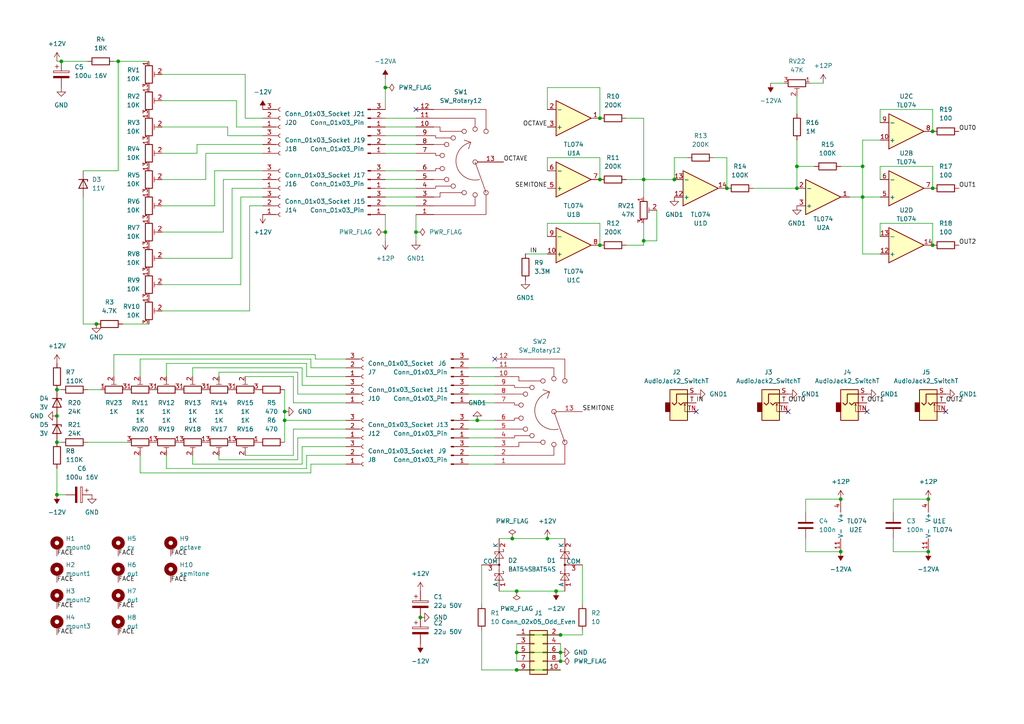
<source format=kicad_sch>
(kicad_sch (version 20230121) (generator eeschema)
  (paper "A4")
  (junction (at 149.86 171.45))
  (junction (at 270.51 38.1))
  (junction (at 186.69 69.85))
  (junction (at 82.55 119.38))
  (junction (at 195.58 52.07))
  (junction (at 16.51 120.65))
  (junction (at 16.51 113.03))
  (junction (at 111.76 67.31))
  (junction (at 173.99 34.29))
  (junction (at 270.51 54.61))
  (junction (at 149.86 194.31))
  (junction (at 148.59 156.21))
  (junction (at 111.76 25.4))
  (junction (at 210.82 54.61))
  (junction (at 173.99 71.12))
  (junction (at 17.78 17.78))
  (junction (at 231.14 54.61))
  (junction (at 243.84 144.78))
  (junction (at 162.56 191.77))
  (junction (at 243.84 160.02))
  (junction (at 16.51 128.27))
  (junction (at 149.86 189.23))
  (junction (at 173.99 52.07))
  (junction (at 161.29 171.45))
  (junction (at 121.92 179.07))
  (junction (at 250.19 48.26))
  (junction (at 186.69 52.07))
  (junction (at 250.19 57.15))
  (junction (at 231.14 48.26))
  (junction (at 82.55 121.92))
  (junction (at 138.43 121.92))
  (junction (at 270.51 71.12))
  (junction (at 269.24 160.02))
  (junction (at 27.94 93.98))
  (junction (at 158.75 156.21))
  (junction (at 120.65 67.31))
  (junction (at 269.24 144.78))
  (junction (at 162.56 184.15))
  (junction (at 16.51 143.51))
  (junction (at 162.56 189.23))
  (junction (at 34.29 17.78))
  (no_connect (at 274.32 119.38))
  (no_connect (at 228.6 119.38))
  (no_connect (at 120.65 31.75))
  (no_connect (at 251.46 119.38))
  (no_connect (at 201.93 119.38))
  (no_connect (at 143.51 104.14))
  (wire (pts (xy 88.9 109.22) (xy 88.9 105.41)))
  (wire (pts (xy 16.51 128.27) (xy 17.78 128.27)))
  (wire (pts (xy 135.89 111.76) (xy 143.51 111.76)))
  (wire (pts (xy 36.83 128.27) (xy 25.4 128.27)))
  (wire (pts (xy 158.75 64.77) (xy 173.99 64.77)))
  (wire (pts (xy 186.69 34.29) (xy 186.69 52.07)))
  (wire (pts (xy 144.78 156.21) (xy 148.59 156.21)))
  (wire (pts (xy 16.51 143.51) (xy 16.51 135.89)))
  (wire (pts (xy 71.12 34.29) (xy 76.2 34.29)))
  (wire (pts (xy 40.64 109.22) (xy 40.64 104.14)))
  (wire (pts (xy 33.02 109.22) (xy 33.02 102.87)))
  (wire (pts (xy 120.65 62.23) (xy 120.65 67.31)))
  (wire (pts (xy 24.13 49.53) (xy 34.29 49.53)))
  (wire (pts (xy 111.76 25.4) (xy 111.76 31.75)))
  (wire (pts (xy 148.59 156.21) (xy 158.75 156.21)))
  (wire (pts (xy 246.38 57.15) (xy 250.19 57.15)))
  (wire (pts (xy 40.64 132.08) (xy 40.64 137.16)))
  (wire (pts (xy 19.05 143.51) (xy 16.51 143.51)))
  (wire (pts (xy 135.89 127) (xy 143.51 127)))
  (wire (pts (xy 85.09 124.46) (xy 100.33 124.46)))
  (wire (pts (xy 40.64 104.14) (xy 90.17 104.14)))
  (wire (pts (xy 168.91 184.15) (xy 168.91 182.88)))
  (wire (pts (xy 149.86 189.23) (xy 162.56 189.23)))
  (wire (pts (xy 135.89 109.22) (xy 143.51 109.22)))
  (wire (pts (xy 233.68 148.59) (xy 233.68 144.78)))
  (wire (pts (xy 72.39 59.69) (xy 76.2 59.69)))
  (wire (pts (xy 67.31 54.61) (xy 67.31 74.93)))
  (wire (pts (xy 48.26 132.08) (xy 48.26 135.89)))
  (wire (pts (xy 69.85 57.15) (xy 69.85 82.55)))
  (wire (pts (xy 144.78 171.45) (xy 149.86 171.45)))
  (wire (pts (xy 158.75 31.75) (xy 158.75 25.4)))
  (wire (pts (xy 85.09 109.22) (xy 85.09 116.84)))
  (wire (pts (xy 270.51 64.77) (xy 270.51 71.12)))
  (wire (pts (xy 86.36 133.35) (xy 86.36 127)))
  (wire (pts (xy 149.86 186.69) (xy 149.86 189.23)))
  (wire (pts (xy 255.27 48.26) (xy 270.51 48.26)))
  (wire (pts (xy 86.36 107.95) (xy 63.5 107.95)))
  (wire (pts (xy 90.17 106.68) (xy 100.33 106.68)))
  (wire (pts (xy 181.61 52.07) (xy 186.69 52.07)))
  (wire (pts (xy 55.88 109.22) (xy 55.88 106.68)))
  (wire (pts (xy 63.5 133.35) (xy 86.36 133.35)))
  (wire (pts (xy 270.51 48.26) (xy 270.51 54.61)))
  (wire (pts (xy 33.02 102.87) (xy 91.44 102.87)))
  (wire (pts (xy 186.69 52.07) (xy 186.69 57.15)))
  (wire (pts (xy 233.68 160.02) (xy 243.84 160.02)))
  (wire (pts (xy 135.89 124.46) (xy 143.51 124.46)))
  (wire (pts (xy 259.08 156.21) (xy 259.08 160.02)))
  (wire (pts (xy 62.23 59.69) (xy 62.23 49.53)))
  (wire (pts (xy 135.89 114.3) (xy 143.51 114.3)))
  (wire (pts (xy 82.55 119.38) (xy 82.55 121.92)))
  (wire (pts (xy 16.51 17.78) (xy 17.78 17.78)))
  (wire (pts (xy 66.04 39.37) (xy 76.2 39.37)))
  (wire (pts (xy 135.89 106.68) (xy 143.51 106.68)))
  (wire (pts (xy 259.08 144.78) (xy 269.24 144.78)))
  (wire (pts (xy 135.89 129.54) (xy 143.51 129.54)))
  (wire (pts (xy 111.76 36.83) (xy 120.65 36.83)))
  (wire (pts (xy 86.36 114.3) (xy 86.36 107.95)))
  (wire (pts (xy 90.17 134.62) (xy 100.33 134.62)))
  (wire (pts (xy 111.76 44.45) (xy 120.65 44.45)))
  (wire (pts (xy 24.13 93.98) (xy 27.94 93.98)))
  (wire (pts (xy 63.5 132.08) (xy 63.5 133.35)))
  (wire (pts (xy 259.08 160.02) (xy 269.24 160.02)))
  (wire (pts (xy 66.04 36.83) (xy 66.04 39.37)))
  (wire (pts (xy 190.5 69.85) (xy 186.69 69.85)))
  (wire (pts (xy 158.75 25.4) (xy 173.99 25.4)))
  (wire (pts (xy 46.99 21.59) (xy 71.12 21.59)))
  (wire (pts (xy 231.14 40.64) (xy 231.14 48.26)))
  (wire (pts (xy 48.26 135.89) (xy 88.9 135.89)))
  (wire (pts (xy 17.78 17.78) (xy 25.4 17.78)))
  (wire (pts (xy 86.36 114.3) (xy 100.33 114.3)))
  (wire (pts (xy 255.27 31.75) (xy 270.51 31.75)))
  (wire (pts (xy 57.15 44.45) (xy 57.15 41.91)))
  (wire (pts (xy 250.19 48.26) (xy 250.19 57.15)))
  (wire (pts (xy 231.14 27.94) (xy 231.14 33.02)))
  (wire (pts (xy 86.36 127) (xy 100.33 127)))
  (wire (pts (xy 111.76 57.15) (xy 120.65 57.15)))
  (wire (pts (xy 111.76 49.53) (xy 120.65 49.53)))
  (wire (pts (xy 55.88 106.68) (xy 87.63 106.68)))
  (wire (pts (xy 33.02 17.78) (xy 34.29 17.78)))
  (wire (pts (xy 87.63 129.54) (xy 100.33 129.54)))
  (wire (pts (xy 88.9 109.22) (xy 100.33 109.22)))
  (wire (pts (xy 162.56 189.23) (xy 162.56 191.77)))
  (wire (pts (xy 270.51 31.75) (xy 270.51 38.1)))
  (wire (pts (xy 46.99 67.31) (xy 64.77 67.31)))
  (wire (pts (xy 231.14 48.26) (xy 231.14 54.61)))
  (wire (pts (xy 90.17 137.16) (xy 90.17 134.62)))
  (wire (pts (xy 149.86 184.15) (xy 162.56 184.15)))
  (wire (pts (xy 186.69 64.77) (xy 186.69 69.85)))
  (wire (pts (xy 111.76 67.31) (xy 111.76 62.23)))
  (wire (pts (xy 173.99 45.72) (xy 173.99 52.07)))
  (wire (pts (xy 111.76 34.29) (xy 120.65 34.29)))
  (wire (pts (xy 71.12 109.22) (xy 85.09 109.22)))
  (wire (pts (xy 255.27 40.64) (xy 250.19 40.64)))
  (wire (pts (xy 111.76 69.85) (xy 111.76 67.31)))
  (wire (pts (xy 59.69 52.07) (xy 59.69 44.45)))
  (wire (pts (xy 158.75 68.58) (xy 158.75 64.77)))
  (wire (pts (xy 55.88 132.08) (xy 55.88 134.62)))
  (wire (pts (xy 149.86 171.45) (xy 161.29 171.45)))
  (wire (pts (xy 111.76 54.61) (xy 120.65 54.61)))
  (wire (pts (xy 64.77 52.07) (xy 76.2 52.07)))
  (wire (pts (xy 91.44 104.14) (xy 100.33 104.14)))
  (wire (pts (xy 255.27 64.77) (xy 270.51 64.77)))
  (wire (pts (xy 195.58 52.07) (xy 195.58 45.72)))
  (wire (pts (xy 71.12 132.08) (xy 85.09 132.08)))
  (wire (pts (xy 69.85 57.15) (xy 76.2 57.15)))
  (wire (pts (xy 243.84 48.26) (xy 250.19 48.26)))
  (wire (pts (xy 46.99 36.83) (xy 66.04 36.83)))
  (wire (pts (xy 158.75 49.53) (xy 158.75 45.72)))
  (wire (pts (xy 85.09 116.84) (xy 100.33 116.84)))
  (wire (pts (xy 218.44 54.61) (xy 231.14 54.61)))
  (wire (pts (xy 162.56 186.69) (xy 162.56 189.23)))
  (wire (pts (xy 161.29 171.45) (xy 163.83 171.45)))
  (wire (pts (xy 135.89 121.92) (xy 138.43 121.92)))
  (wire (pts (xy 46.99 59.69) (xy 62.23 59.69)))
  (wire (pts (xy 88.9 105.41) (xy 48.26 105.41)))
  (wire (pts (xy 158.75 45.72) (xy 173.99 45.72)))
  (wire (pts (xy 255.27 35.56) (xy 255.27 31.75)))
  (wire (pts (xy 173.99 64.77) (xy 173.99 71.12)))
  (wire (pts (xy 34.29 17.78) (xy 43.18 17.78)))
  (wire (pts (xy 59.69 44.45) (xy 76.2 44.45)))
  (wire (pts (xy 68.58 29.21) (xy 68.58 36.83)))
  (wire (pts (xy 46.99 52.07) (xy 59.69 52.07)))
  (wire (pts (xy 46.99 74.93) (xy 67.31 74.93)))
  (wire (pts (xy 210.82 45.72) (xy 210.82 54.61)))
  (wire (pts (xy 40.64 137.16) (xy 90.17 137.16)))
  (wire (pts (xy 139.7 194.31) (xy 139.7 182.88)))
  (wire (pts (xy 16.51 113.03) (xy 17.78 113.03)))
  (wire (pts (xy 82.55 121.92) (xy 100.33 121.92)))
  (wire (pts (xy 88.9 132.08) (xy 100.33 132.08)))
  (wire (pts (xy 236.22 48.26) (xy 231.14 48.26)))
  (wire (pts (xy 162.56 184.15) (xy 168.91 184.15)))
  (wire (pts (xy 72.39 90.17) (xy 72.39 59.69)))
  (wire (pts (xy 55.88 134.62) (xy 87.63 134.62)))
  (wire (pts (xy 207.01 45.72) (xy 210.82 45.72)))
  (wire (pts (xy 149.86 194.31) (xy 139.7 194.31)))
  (wire (pts (xy 250.19 40.64) (xy 250.19 48.26)))
  (wire (pts (xy 135.89 116.84) (xy 143.51 116.84)))
  (wire (pts (xy 250.19 57.15) (xy 255.27 57.15)))
  (wire (pts (xy 111.76 39.37) (xy 120.65 39.37)))
  (wire (pts (xy 255.27 73.66) (xy 250.19 73.66)))
  (wire (pts (xy 82.55 121.92) (xy 82.55 128.27)))
  (wire (pts (xy 250.19 73.66) (xy 250.19 57.15)))
  (wire (pts (xy 139.7 163.83) (xy 139.7 175.26)))
  (wire (pts (xy 46.99 82.55) (xy 69.85 82.55)))
  (wire (pts (xy 46.99 44.45) (xy 57.15 44.45)))
  (wire (pts (xy 111.76 52.07) (xy 120.65 52.07)))
  (wire (pts (xy 190.5 60.96) (xy 190.5 69.85)))
  (wire (pts (xy 135.89 132.08) (xy 143.51 132.08)))
  (wire (pts (xy 152.4 73.66) (xy 158.75 73.66)))
  (wire (pts (xy 111.76 22.86) (xy 111.76 25.4)))
  (wire (pts (xy 34.29 49.53) (xy 34.29 17.78)))
  (wire (pts (xy 35.56 93.98) (xy 43.18 93.98)))
  (wire (pts (xy 71.12 21.59) (xy 71.12 34.29)))
  (wire (pts (xy 138.43 121.92) (xy 143.51 121.92)))
  (wire (pts (xy 186.69 71.12) (xy 181.61 71.12)))
  (wire (pts (xy 90.17 104.14) (xy 90.17 106.68)))
  (wire (pts (xy 85.09 132.08) (xy 85.09 124.46)))
  (wire (pts (xy 82.55 113.03) (xy 82.55 119.38)))
  (wire (pts (xy 259.08 148.59) (xy 259.08 144.78)))
  (wire (pts (xy 195.58 45.72) (xy 199.39 45.72)))
  (wire (pts (xy 111.76 59.69) (xy 120.65 59.69)))
  (wire (pts (xy 173.99 25.4) (xy 173.99 34.29)))
  (wire (pts (xy 64.77 67.31) (xy 64.77 52.07)))
  (wire (pts (xy 162.56 194.31) (xy 149.86 194.31)))
  (wire (pts (xy 91.44 102.87) (xy 91.44 104.14)))
  (wire (pts (xy 48.26 105.41) (xy 48.26 109.22)))
  (wire (pts (xy 223.52 24.13) (xy 227.33 24.13)))
  (wire (pts (xy 181.61 34.29) (xy 186.69 34.29)))
  (wire (pts (xy 233.68 144.78) (xy 243.84 144.78)))
  (wire (pts (xy 29.21 113.03) (xy 25.4 113.03)))
  (wire (pts (xy 87.63 106.68) (xy 87.63 111.76)))
  (wire (pts (xy 63.5 107.95) (xy 63.5 109.22)))
  (wire (pts (xy 24.13 57.15) (xy 24.13 93.98)))
  (wire (pts (xy 186.69 52.07) (xy 195.58 52.07)))
  (wire (pts (xy 88.9 135.89) (xy 88.9 132.08)))
  (wire (pts (xy 233.68 156.21) (xy 233.68 160.02)))
  (wire (pts (xy 149.86 189.23) (xy 149.86 191.77)))
  (wire (pts (xy 87.63 111.76) (xy 100.33 111.76)))
  (wire (pts (xy 255.27 68.58) (xy 255.27 64.77)))
  (wire (pts (xy 87.63 134.62) (xy 87.63 129.54)))
  (wire (pts (xy 186.69 69.85) (xy 186.69 71.12)))
  (wire (pts (xy 46.99 29.21) (xy 68.58 29.21)))
  (wire (pts (xy 168.91 163.83) (xy 168.91 175.26)))
  (wire (pts (xy 158.75 156.21) (xy 163.83 156.21)))
  (wire (pts (xy 46.99 90.17) (xy 72.39 90.17)))
  (wire (pts (xy 57.15 41.91) (xy 76.2 41.91)))
  (wire (pts (xy 120.65 67.31) (xy 120.65 69.85)))
  (wire (pts (xy 67.31 54.61) (xy 76.2 54.61)))
  (wire (pts (xy 255.27 52.07) (xy 255.27 48.26)))
  (wire (pts (xy 62.23 49.53) (xy 76.2 49.53)))
  (wire (pts (xy 135.89 134.62) (xy 143.51 134.62)))
  (wire (pts (xy 68.58 36.83) (xy 76.2 36.83)))
  (wire (pts (xy 111.76 41.91) (xy 120.65 41.91)))
  (wire (pts (xy 234.95 24.13) (xy 238.76 24.13)))
  (label "FACE" (at 34.29 161.29 0))
  (label "FACE" (at 49.53 161.29 0))
  (label "FACE" (at 16.51 184.15 0))
  (label "FACE" (at 34.29 176.53 0))
  (label "SEMITONE" (at 158.75 54.61 180))
  (label "IN" (at 201.93 116.84 0))
  (label "FACE" (at 16.51 161.29 0))
  (label "OUT1" (at 278.13 54.61 0))
  (label "SEMITONE" (at 168.91 119.38 0))
  (label "FACE" (at 16.51 176.53 0))
  (label "OUT2" (at 278.13 71.12 0))
  (label "OCTAVE" (at 146.05 46.99 0))
  (label "FACE" (at 34.29 184.15 0))
  (label "OUT2" (at 274.32 116.84 0))
  (label "OUT0" (at 228.6 116.84 0))
  (label "OUT1" (at 251.46 116.84 0))
  (label "FACE" (at 34.29 168.91 0))
  (label "FACE" (at 49.53 168.91 0))
  (label "FACE" (at 16.51 168.91 0))
  (label "OCTAVE" (at 158.75 36.83 180))
  (label "OUT0" (at 278.13 38.1 0))
  (label "IN" (at 153.67 73.66 0))
  (symbol (lib_id "power:-12V") (at 161.29 171.45 180) (unit 1)
    (property "Reference" "#PWR05" (effects hide))
    (property "Value" "-12V" (at 161.29 176.53 0))
  )
  (symbol (lib_id "power:GND1") (at 251.46 114.3 90) (unit 1)
    (property "Reference" "#PWR022" (effects hide))
    (property "Value" "GND1" (at 255.27 114.3 90) (effects (justify right)))
  )
  (symbol (lib_id "Device:R_Potentiometer_Trim") (at 43.18 36.83 0) (unit 1)
    (property "Reference" "RV3" (at 40.64 35.56 0) (effects (justify right)))
    (property "Value" "10K" (at 40.64 38.1 0) (effects (justify right)))
    (property "Footprint" "Potentiometer_THT:Potentiometer_Bourns_3296W_Vertical" (effects hide))
  )
  (symbol (lib_id "Connector:Conn_01x03_Pin") (at 106.68 41.91 0) (mirror x) (unit 1)
    (property "Reference" "J19" (at 104.14 40.64 0))
    (property "Value" "Conn_01x03_Pin" (at 97.79 43.18 0))
    (property "Footprint" "Connector_PinHeader_2.54mm:PinHeader_1x03_P2.54mm_Vertical" (effects hide))
  )
  (symbol (lib_id "Device:R_Potentiometer_Trim") (at 40.64 128.27 270) (unit 1)
    (property "Reference" "RV20" (at 40.64 124.46 90))
    (property "Value" "1K" (at 40.64 121.92 90))
    (property "Footprint" "Potentiometer_THT:Potentiometer_Bourns_3296W_Vertical" (effects hide))
  )
  (symbol (lib_id "power:GND") (at 27.94 93.98 0) (unit 1)
    (property "Reference" "#PWR012" (effects hide))
    (property "Value" "GND" (at 27.94 97.79 0))
  )
  (symbol (lib_id "Device:R") (at 240.03 48.26 270) (unit 1)
    (property "Reference" "R15" (at 240.03 41.91 90))
    (property "Value" "100K" (at 240.03 44.45 90))
    (property "Footprint" "Resistor_SMD:R_0805_2012Metric" (effects hide))
  )
  (symbol (lib_id "Device:R") (at 21.59 128.27 270) (unit 1)
    (property "Reference" "R21" (at 21.59 123.19 90))
    (property "Value" "24K" (at 21.59 125.73 90))
    (property "Footprint" "Resistor_SMD:R_0805_2012Metric" (effects hide))
  )
  (symbol (lib_id "power:+12V") (at 16.51 17.78 0) (unit 1)
    (property "Reference" "#PWR013" (effects hide))
    (property "Value" "+12V" (at 16.51 12.7 0))
  )
  (symbol (lib_id "Device:R") (at 274.32 71.12 270) (unit 1)
    (property "Reference" "R18" (at 274.32 64.77 90))
    (property "Value" "100" (at 274.32 67.31 90))
    (property "Footprint" "Resistor_SMD:R_0805_2012Metric" (effects hide))
  )
  (symbol (lib_id "Connector:Conn_01x03_Socket") (at 105.41 132.08 0) (mirror x) (unit 1)
    (property "Reference" "J8" (at 106.68 133.35 0) (effects (justify left)))
    (property "Value" "Conn_01x03_Socket" (at 106.68 130.81 0) (effects (justify left)))
    (property "Footprint" "Connector_PinSocket_2.54mm:PinSocket_1x03_P2.54mm_Vertical" (effects hide))
  )
  (symbol (lib_id "Switch:SW_Rotary12") (at 153.67 119.38 180) (unit 1)
    (property "Reference" "SW2" (at 156.5275 99.06 0))
    (property "Value" "SW_Rotary12" (at 156.5275 101.6 0))
    (property "Footprint" "Eurorack:Switch_Rotary_NKK_MRK_112" (effects hide))
    (property "Datasheet" "http://cdn-reichelt.de/documents/datenblatt/C200/DS-Serie%23LOR.pdf" (effects hide))
    (property "Vendor" "Mouser" (effects hide))
    (property "PartNum" "633-MRK112-BA" (effects hide))
  )
  (symbol (lib_id "power:-12VA") (at 111.76 22.86 0) (unit 1)
    (property "Reference" "#PWR026" (effects hide))
    (property "Value" "-12VA" (at 111.76 17.78 0))
  )
  (symbol (lib_id "Device:R") (at 274.32 38.1 270) (unit 1)
    (property "Reference" "R19" (at 274.32 31.75 90))
    (property "Value" "100" (at 274.32 34.29 90))
    (property "Footprint" "Resistor_SMD:R_0805_2012Metric" (effects hide))
  )
  (symbol (lib_id "Amplifier_Operational:TL074") (at 238.76 57.15 0) (mirror x) (unit 1)
    (property "Reference" "U2" (at 238.76 66.04 0))
    (property "Value" "TL074" (at 238.76 63.5 0))
    (property "Footprint" "Package_SO:SOIC-14_3.9x8.7mm_P1.27mm" (effects hide))
    (property "Datasheet" "http://www.ti.com/lit/ds/symlink/tl071.pdf" (effects hide))
    (property "Vendor" "Mouser" (effects hide))
    (property "PartNum" "595-TL074CDR" (effects hide))
  )
  (symbol (lib_id "Device:R_Potentiometer_Trim") (at 43.18 52.07 0) (unit 1)
    (property "Reference" "RV5" (at 40.64 50.8 0) (effects (justify right)))
    (property "Value" "10K" (at 40.64 53.34 0) (effects (justify right)))
    (property "Footprint" "Potentiometer_THT:Potentiometer_Bourns_3296W_Vertical" (effects hide))
  )
  (symbol (lib_id "power:GND1") (at 138.43 121.92 180) (unit 1)
    (property "Reference" "#PWR011" (effects hide))
    (property "Value" "GND1" (at 138.43 116.84 0))
  )
  (symbol (lib_id "Amplifier_Operational:TL074") (at 166.37 71.12 0) (mirror x) (unit 3)
    (property "Reference" "U1" (at 166.37 81.28 0))
    (property "Value" "TL074" (at 166.37 78.74 0))
    (property "Footprint" "Package_SO:SOIC-14_3.9x8.7mm_P1.27mm" (effects hide))
    (property "Datasheet" "http://www.ti.com/lit/ds/symlink/tl071.pdf" (effects hide))
    (property "Vendor" "Mouser" (effects hide))
    (property "PartNum" "595-TL074CDR" (effects hide))
  )
  (symbol (lib_id "Device:R_Potentiometer_Trim") (at 43.18 29.21 0) (unit 1)
    (property "Reference" "RV2" (at 40.64 27.94 0) (effects (justify right)))
    (property "Value" "10K" (at 40.64 30.48 0) (effects (justify right)))
    (property "Footprint" "Potentiometer_THT:Potentiometer_Bourns_3296W_Vertical" (effects hide))
  )
  (symbol (lib_id "power:PWR_FLAG") (at 111.76 67.31 90) (unit 1)
    (property "Reference" "#FLG04" (effects hide))
    (property "Value" "PWR_FLAG" (at 107.95 67.31 90) (effects (justify left)))
  )
  (symbol (lib_id "Amplifier_Operational:TL074") (at 271.78 152.4 0) (unit 5)
    (property "Reference" "U1" (at 270.51 151.13 0) (effects (justify left)))
    (property "Value" "TL074" (at 270.51 153.67 0) (effects (justify left)))
    (property "Footprint" "Package_SO:SOIC-14_3.9x8.7mm_P1.27mm" (effects hide))
    (property "Datasheet" "http://www.ti.com/lit/ds/symlink/tl071.pdf" (effects hide))
    (property "Vendor" "Mouser" (effects hide))
    (property "PartNum" "595-TL074CDR" (effects hide))
  )
  (symbol (lib_id "Connector:Conn_01x03_Socket") (at 81.28 52.07 0) (mirror x) (unit 1)
    (property "Reference" "J16" (at 82.55 53.34 0) (effects (justify left)))
    (property "Value" "Conn_01x03_Socket" (at 82.55 50.8 0) (effects (justify left)))
    (property "Footprint" "Connector_PinSocket_2.54mm:PinSocket_1x03_P2.54mm_Vertical" (effects hide))
  )
  (symbol (lib_id "power:GND1") (at 231.14 59.69 0) (unit 1)
    (property "Reference" "#PWR021" (effects hide))
    (property "Value" "GND1" (at 231.14 64.77 0))
  )
  (symbol (lib_id "Connector:Conn_01x03_Socket") (at 105.41 106.68 0) (mirror x) (unit 1)
    (property "Reference" "J7" (at 106.68 107.95 0) (effects (justify left)))
    (property "Value" "Conn_01x03_Socket" (at 106.68 105.41 0) (effects (justify left)))
    (property "Footprint" "Connector_PinSocket_2.54mm:PinSocket_1x03_P2.54mm_Vertical" (effects hide))
  )
  (symbol (lib_id "Device:R_Potentiometer_Trim") (at 55.88 128.27 270) (unit 1)
    (property "Reference" "RV18" (at 55.88 124.46 90))
    (property "Value" "1K" (at 55.88 121.92 90))
    (property "Footprint" "Potentiometer_THT:Potentiometer_Bourns_3296W_Vertical" (effects hide))
  )
  (symbol (lib_id "Connector:Conn_01x03_Pin") (at 106.68 52.07 0) (mirror x) (unit 1)
    (property "Reference" "J17" (at 104.14 50.8 0))
    (property "Value" "Conn_01x03_Pin" (at 97.79 53.34 0))
    (property "Footprint" "Connector_PinHeader_2.54mm:PinHeader_1x03_P2.54mm_Vertical" (effects hide))
  )
  (symbol (lib_id "Device:R") (at 78.74 113.03 270) (unit 1)
    (property "Reference" "R5" (at 78.74 116.84 90))
    (property "Value" "470" (at 78.74 119.38 90))
    (property "Footprint" "Resistor_SMD:R_0805_2012Metric" (effects hide))
  )
  (symbol (lib_id "power:GND") (at 16.51 120.65 270) (unit 1)
    (property "Reference" "#PWR035" (effects hide))
    (property "Value" "GND" (at 12.7 120.65 90) (effects (justify right)))
  )
  (symbol (lib_id "Eurorack:AudioJack2_SwitchT") (at 223.52 116.84 0) (unit 1)
    (property "Reference" "J3" (at 222.885 107.95 0))
    (property "Value" "AudioJack2_SwitchT" (at 222.885 110.49 0))
    (property "Footprint" "Eurorack:AudioJack2_Tayda_A-2566" (effects hide))
    (property "Vendor" "Tayda" (effects hide))
    (property "PartNum" "A-2566" (effects hide))
  )
  (symbol (lib_id "Device:R_Potentiometer_Trim") (at 43.18 59.69 0) (unit 1)
    (property "Reference" "RV6" (at 40.64 58.42 0) (effects (justify right)))
    (property "Value" "10K" (at 40.64 60.96 0) (effects (justify right)))
    (property "Footprint" "Potentiometer_THT:Potentiometer_Bourns_3296W_Vertical" (effects hide))
  )
  (symbol (lib_id "power:-12VA") (at 223.52 24.13 180) (unit 1)
    (property "Reference" "#PWR032" (effects hide))
    (property "Value" "-12VA" (at 223.52 29.21 0))
  )
  (symbol (lib_id "power:GND1") (at 274.32 114.3 90) (unit 1)
    (property "Reference" "#PWR025" (effects hide))
    (property "Value" "GND1" (at 278.13 114.3 90) (effects (justify right)))
  )
  (symbol (lib_id "power:-12VA") (at 243.84 160.02 180) (unit 1)
    (property "Reference" "#PWR07" (effects hide))
    (property "Value" "-12VA" (at 243.84 165.1 0))
  )
  (symbol (lib_id "Device:R_Potentiometer_Trim") (at 43.18 44.45 0) (unit 1)
    (property "Reference" "RV4" (at 40.64 43.18 0) (effects (justify right)))
    (property "Value" "10K" (at 40.64 45.72 0) (effects (justify right)))
    (property "Footprint" "Potentiometer_THT:Potentiometer_Bourns_3296W_Vertical" (effects hide))
  )
  (symbol (lib_id "power:-12V") (at 76.2 31.75 0) (unit 1)
    (property "Reference" "#PWR031" (effects hide))
    (property "Value" "-12V" (at 76.2 26.67 0))
  )
  (symbol (lib_id "power:-12VA") (at 269.24 160.02 180) (unit 1)
    (property "Reference" "#PWR08" (effects hide))
    (property "Value" "-12VA" (at 269.24 165.1 0))
  )
  (symbol (lib_id "Connector:Conn_01x03_Pin") (at 106.68 59.69 0) (mirror x) (unit 1)
    (property "Reference" "J15" (at 104.14 58.42 0))
    (property "Value" "Conn_01x03_Pin" (at 97.79 60.96 0))
    (property "Footprint" "Connector_PinHeader_2.54mm:PinHeader_1x03_P2.54mm_Vertical" (effects hide))
  )
  (symbol (lib_id "Eurorack:AudioJack2_SwitchT") (at 269.24 116.84 0) (unit 1)
    (property "Reference" "J5" (at 268.605 107.95 0))
    (property "Value" "AudioJack2_SwitchT" (at 268.605 110.49 0))
    (property "Footprint" "Eurorack:AudioJack2_Tayda_A-2566" (effects hide))
    (property "Vendor" "Tayda" (effects hide))
    (property "PartNum" "A-2566" (effects hide))
  )
  (symbol (lib_id "Connector:Conn_01x03_Pin") (at 130.81 124.46 0) (mirror x) (unit 1)
    (property "Reference" "J13" (at 128.27 123.19 0))
    (property "Value" "Conn_01x03_Pin" (at 121.92 125.73 0))
    (property "Footprint" "Connector_PinHeader_2.54mm:PinHeader_1x03_P2.54mm_Vertical" (effects hide))
  )
  (symbol (lib_id "power:+12P") (at 238.76 24.13 0) (unit 1)
    (property "Reference" "#PWR010" (effects hide))
    (property "Value" "+12P" (at 238.76 19.05 0))
  )
  (symbol (lib_id "Eurorack:AudioJack2_SwitchT") (at 196.85 116.84 0) (unit 1)
    (property "Reference" "J2" (at 196.215 107.95 0))
    (property "Value" "AudioJack2_SwitchT" (at 196.215 110.49 0))
    (property "Footprint" "Eurorack:AudioJack2_Tayda_A-2566" (effects hide))
    (property "Vendor" "Tayda" (effects hide))
    (property "PartNum" "A-2566" (effects hide))
  )
  (symbol (lib_id "Eurorack:MountingHole_Pad_Output") (at 16.51 158.75 0) (unit 1) (in_bom no)
    (property "Reference" "H1" (at 19.05 156.21 0) (effects (justify left)))
    (property "Value" "mount0" (at 19.05 158.75 0) (effects (justify left)))
    (property "Footprint" "Eurorack:Mech-MountingHole" (effects hide))
  )
  (symbol (lib_id "power:GND") (at 17.78 25.4 0) (unit 1)
    (property "Reference" "#PWR014" (effects hide))
    (property "Value" "GND" (at 17.78 30.48 0))
  )
  (symbol (lib_id "power:+12V") (at 16.51 105.41 0) (unit 1)
    (property "Reference" "#PWR016" (effects hide))
    (property "Value" "+12V" (at 16.51 100.33 0))
  )
  (symbol (lib_id "Device:R") (at 214.63 54.61 270) (unit 1)
    (property "Reference" "R14" (at 214.63 48.26 90))
    (property "Value" "100K" (at 214.63 50.8 90))
    (property "Footprint" "Resistor_SMD:R_0805_2012Metric" (effects hide))
  )
  (symbol (lib_id "Amplifier_Operational:TL074") (at 203.2 54.61 0) (mirror x) (unit 4)
    (property "Reference" "U1" (at 203.2 64.77 0))
    (property "Value" "TL074" (at 203.2 62.23 0))
    (property "Footprint" "Package_SO:SOIC-14_3.9x8.7mm_P1.27mm" (effects hide))
    (property "Datasheet" "http://www.ti.com/lit/ds/symlink/tl071.pdf" (effects hide))
    (property "Vendor" "Mouser" (effects hide))
    (property "PartNum" "595-TL074CDR" (effects hide))
  )
  (symbol (lib_id "Eurorack:BAT54S") (at 163.83 163.83 90) (unit 1)
    (property "Reference" "D1" (at 161.29 162.56 90) (effects (justify left)))
    (property "Value" "BAT54S" (at 161.29 165.1 90) (effects (justify left)))
    (property "Footprint" "Package_TO_SOT_SMD:SOT-23" (effects hide))
    (property "Datasheet" "https://www.diodes.com/assets/Datasheets/ds11005.pdf" (effects hide))
    (property "Vendor" "Mouser" (effects hide))
    (property "PartNum" "863-BAT54SLT1G" (effects hide))
  )
  (symbol (lib_id "Device:R_Potentiometer_Trim") (at 231.14 24.13 270) (unit 1)
    (property "Reference" "RV22" (at 231.14 17.78 90))
    (property "Value" "47K" (at 231.14 20.32 90))
    (property "Footprint" "Potentiometer_THT:Potentiometer_Bourns_3296W_Vertical" (effects hide))
  )
  (symbol (lib_id "Device:R") (at 177.8 34.29 270) (unit 1)
    (property "Reference" "R10" (at 177.8 27.94 90))
    (property "Value" "200K" (at 177.8 30.48 90))
    (property "Footprint" "Resistor_SMD:R_0805_2012Metric" (effects hide))
  )
  (symbol (lib_id "Device:R_Potentiometer_Trim") (at 43.18 82.55 0) (unit 1)
    (property "Reference" "RV9" (at 40.64 81.28 0) (effects (justify right)))
    (property "Value" "10K" (at 40.64 83.82 0) (effects (justify right)))
    (property "Footprint" "Potentiometer_THT:Potentiometer_Bourns_3296W_Vertical" (effects hide))
  )
  (symbol (lib_id "Device:D_Zener") (at 16.51 124.46 270) (unit 1)
    (property "Reference" "D5" (at 11.43 123.19 90) (effects (justify left)))
    (property "Value" "3V" (at 11.43 125.73 90) (effects (justify left)))
    (property "Footprint" "Diode_SMD:D_MiniMELF" (effects hide))
  )
  (symbol (lib_id "Mechanical:MountingHole_Pad") (at 34.29 181.61 0) (unit 1) (in_bom no)
    (property "Reference" "H8" (at 36.83 179.07 0) (effects (justify left)))
    (property "Value" "out" (at 36.83 181.61 0) (effects (justify left)))
    (property "Footprint" "Eurorack:Mech-AudioJack-Hole-Output-Voct" (effects hide))
  )
  (symbol (lib_id "Amplifier_Operational:TL074") (at 166.37 52.07 0) (mirror x) (unit 2)
    (property "Reference" "U1" (at 166.37 62.23 0))
    (property "Value" "TL074" (at 166.37 59.69 0))
    (property "Footprint" "Package_SO:SOIC-14_3.9x8.7mm_P1.27mm" (effects hide))
    (property "Datasheet" "http://www.ti.com/lit/ds/symlink/tl071.pdf" (effects hide))
    (property "Vendor" "Mouser" (effects hide))
    (property "PartNum" "595-TL074CDR" (effects hide))
  )
  (symbol (lib_id "Device:R_Potentiometer_Trim") (at 33.02 113.03 90) (unit 1)
    (property "Reference" "RV23" (at 33.02 116.84 90))
    (property "Value" "1K" (at 33.02 119.38 90))
    (property "Footprint" "Potentiometer_THT:Potentiometer_Bourns_3296W_Vertical" (effects hide))
  )
  (symbol (lib_id "Mechanical:MountingHole_Pad") (at 49.53 158.75 0) (unit 1) (in_bom no)
    (property "Reference" "H9" (at 52.07 156.21 0) (effects (justify left)))
    (property "Value" "octave" (at 52.07 158.75 0) (effects (justify left)))
    (property "Footprint" "Eurorack:Mech-MRK-Hole" (effects hide))
  )
  (symbol (lib_id "Connector:Conn_01x03_Pin") (at 130.81 106.68 0) (mirror x) (unit 1)
    (property "Reference" "J6" (at 128.27 105.41 0))
    (property "Value" "Conn_01x03_Pin" (at 121.92 107.95 0))
    (property "Footprint" "Connector_PinHeader_2.54mm:PinHeader_1x03_P2.54mm_Vertical" (effects hide))
  )
  (symbol (lib_id "Device:R") (at 168.91 179.07 0) (unit 1)
    (property "Reference" "R2" (at 171.45 177.8 0) (effects (justify left)))
    (property "Value" "10" (at 171.45 180.34 0) (effects (justify left)))
    (property "Footprint" "Resistor_SMD:R_0805_2012Metric" (effects hide))
  )
  (symbol (lib_id "power:GND1") (at 120.65 69.85 0) (unit 1)
    (property "Reference" "#PWR023" (effects hide))
    (property "Value" "GND1" (at 120.65 74.93 0))
  )
  (symbol (lib_id "power:GND1") (at 195.58 57.15 0) (unit 1)
    (property "Reference" "#PWR020" (effects hide))
    (property "Value" "GND1" (at 195.58 62.23 0))
  )
  (symbol (lib_id "Connector:Conn_01x03_Socket") (at 105.41 124.46 0) (mirror x) (unit 1)
    (property "Reference" "J12" (at 106.68 125.73 0) (effects (justify left)))
    (property "Value" "Conn_01x03_Socket" (at 106.68 123.19 0) (effects (justify left)))
    (property "Footprint" "Connector_PinSocket_2.54mm:PinSocket_1x03_P2.54mm_Vertical" (effects hide))
  )
  (symbol (lib_id "Connector:Conn_01x03_Socket") (at 81.28 34.29 0) (mirror x) (unit 1)
    (property "Reference" "J20" (at 82.55 35.56 0) (effects (justify left)))
    (property "Value" "Conn_01x03_Socket" (at 82.55 33.02 0) (effects (justify left)))
    (property "Footprint" "Connector_PinSocket_2.54mm:PinSocket_1x03_P2.54mm_Vertical" (effects hide))
  )
  (symbol (lib_id "power:GND") (at 82.55 119.38 90) (unit 1)
    (property "Reference" "#PWR015" (effects hide))
    (property "Value" "GND" (at 86.36 119.38 90) (effects (justify right)))
  )
  (symbol (lib_id "Device:R_Potentiometer_Trim") (at 43.18 74.93 0) (unit 1)
    (property "Reference" "RV8" (at 40.64 73.66 0) (effects (justify right)))
    (property "Value" "10K" (at 40.64 76.2 0) (effects (justify right)))
    (property "Footprint" "Potentiometer_THT:Potentiometer_Bourns_3296W_Vertical" (effects hide))
  )
  (symbol (lib_id "Eurorack:BAT54S") (at 144.78 163.83 270) (mirror x) (unit 1)
    (property "Reference" "D2" (at 147.32 162.56 90) (effects (justify left)))
    (property "Value" "BAT54S" (at 147.32 165.1 90) (effects (justify left)))
    (property "Footprint" "Package_TO_SOT_SMD:SOT-23" (effects hide))
    (property "Datasheet" "https://www.diodes.com/assets/Datasheets/ds11005.pdf" (effects hide))
    (property "Vendor" "Mouser" (effects hide))
    (property "PartNum" "863-BAT54SLT1G" (effects hide))
  )
  (symbol (lib_id "Device:R") (at 177.8 71.12 270) (unit 1)
    (property "Reference" "R12" (at 177.8 64.77 90))
    (property "Value" "200K" (at 177.8 67.31 90))
    (property "Footprint" "Resistor_SMD:R_0805_2012Metric" (effects hide))
  )
  (symbol (lib_id "Mechanical:MountingHole_Pad") (at 16.51 173.99 0) (unit 1) (in_bom no)
    (property "Reference" "H3" (at 19.05 171.45 0) (effects (justify left)))
    (property "Value" "mount2" (at 19.05 173.99 0) (effects (justify left)))
    (property "Footprint" "Eurorack:Mech-MountingHole" (effects hide))
  )
  (symbol (lib_id "Device:R") (at 31.75 93.98 270) (unit 1)
    (property "Reference" "R3" (at 31.75 87.63 90))
    (property "Value" "4.7K" (at 31.75 90.17 90))
    (property "Footprint" "Resistor_SMD:R_0805_2012Metric" (effects hide))
  )
  (symbol (lib_id "Device:R_Potentiometer_Trim") (at 71.12 128.27 270) (unit 1)
    (property "Reference" "RV16" (at 71.12 124.46 90))
    (property "Value" "1K" (at 71.12 121.92 90))
    (property "Footprint" "Potentiometer_THT:Potentiometer_Bourns_3296W_Vertical" (effects hide))
  )
  (symbol (lib_id "power:PWR_FLAG") (at 148.59 156.21 0) (unit 1)
    (property "Reference" "#FLG03" (effects hide))
    (property "Value" "PWR_FLAG" (at 148.59 151.13 0))
  )
  (symbol (lib_id "Mechanical:MountingHole_Pad") (at 34.29 158.75 0) (unit 1) (in_bom no)
    (property "Reference" "H5" (at 36.83 156.21 0) (effects (justify left)))
    (property "Value" "cv" (at 36.83 158.75 0) (effects (justify left)))
    (property "Footprint" "Eurorack:Mech-AudioJack-Hole-Input-Voct" (effects hide))
  )
  (symbol (lib_id "Device:R_Potentiometer_Trim") (at 40.64 113.03 90) (unit 1)
    (property "Reference" "RV11" (at 40.64 116.84 90))
    (property "Value" "1K" (at 40.64 119.38 90))
    (property "Footprint" "Potentiometer_THT:Potentiometer_Bourns_3296W_Vertical" (effects hide))
  )
  (symbol (lib_id "Device:R_Potentiometer_Trim") (at 55.88 113.03 90) (unit 1)
    (property "Reference" "RV13" (at 55.88 116.84 90))
    (property "Value" "1K" (at 55.88 119.38 90))
    (property "Footprint" "Potentiometer_THT:Potentiometer_Bourns_3296W_Vertical" (effects hide))
  )
  (symbol (lib_id "power:PWR_FLAG") (at 162.56 191.77 270) (unit 1)
    (property "Reference" "#FLG01" (effects hide))
    (property "Value" "PWR_FLAG" (at 166.37 191.77 90) (effects (justify left)))
  )
  (symbol (lib_id "Device:R") (at 177.8 52.07 270) (unit 1)
    (property "Reference" "R11" (at 177.8 45.72 90))
    (property "Value" "200K" (at 177.8 48.26 90))
    (property "Footprint" "Resistor_SMD:R_0805_2012Metric" (effects hide))
  )
  (symbol (lib_id "Mechanical:MountingHole_Pad") (at 34.29 173.99 0) (unit 1) (in_bom no)
    (property "Reference" "H7" (at 36.83 171.45 0) (effects (justify left)))
    (property "Value" "out" (at 36.83 173.99 0) (effects (justify left)))
    (property "Footprint" "Eurorack:Mech-AudioJack-Hole-Output-Voct" (effects hide))
  )
  (symbol (lib_id "power:GND1") (at 152.4 81.28 0) (unit 1)
    (property "Reference" "#PWR029" (effects hide))
    (property "Value" "GND1" (at 152.4 86.36 0))
  )
  (symbol (lib_id "Mechanical:MountingHole_Pad") (at 34.29 166.37 0) (unit 1) (in_bom no)
    (property "Reference" "H6" (at 36.83 163.83 0) (effects (justify left)))
    (property "Value" "out" (at 36.83 166.37 0) (effects (justify left)))
    (property "Footprint" "Eurorack:Mech-AudioJack-Hole-Output-Voct" (effects hide))
  )
  (symbol (lib_id "Device:R_Potentiometer_Trim") (at 71.12 113.03 90) (unit 1)
    (property "Reference" "RV15" (at 71.12 116.84 90))
    (property "Value" "1K" (at 71.12 119.38 90))
    (property "Footprint" "Potentiometer_THT:Potentiometer_Bourns_3296W_Vertical" (effects hide))
  )
  (symbol (lib_id "power:GND1") (at 201.93 114.3 90) (unit 1)
    (property "Reference" "#PWR018" (effects hide))
    (property "Value" "GND1" (at 205.74 114.3 90) (effects (justify right)))
  )
  (symbol (lib_id "Device:R_Potentiometer_Trim") (at 43.18 21.59 0) (unit 1)
    (property "Reference" "RV1" (at 40.64 20.32 0) (effects (justify right)))
    (property "Value" "10K" (at 40.64 22.86 0) (effects (justify right)))
    (property "Footprint" "Potentiometer_THT:Potentiometer_Bourns_3296W_Vertical" (effects hide))
  )
  (symbol (lib_id "Device:C_Polarized") (at 22.86 143.51 270) (unit 1)
    (property "Reference" "C6" (at 23.749 135.89 90))
    (property "Value" "100u 16V" (at 23.749 138.43 90))
    (property "Footprint" "Capacitor_THT:CP_Radial_D5.0mm_P2.50mm" (effects hide))
  )
  (symbol (lib_id "Device:R") (at 29.21 17.78 270) (unit 1)
    (property "Reference" "R4" (at 29.21 11.43 90))
    (property "Value" "18K" (at 29.21 13.97 90))
    (property "Footprint" "Resistor_SMD:R_0805_2012Metric" (effects hide))
  )
  (symbol (lib_id "Connector:Conn_01x03_Pin") (at 130.81 114.3 0) (mirror x) (unit 1)
    (property "Reference" "J11" (at 128.27 113.03 0))
    (property "Value" "Conn_01x03_Pin" (at 121.92 115.57 0))
    (property "Footprint" "Connector_PinHeader_2.54mm:PinHeader_1x03_P2.54mm_Vertical" (effects hide))
  )
  (symbol (lib_id "Device:R") (at 203.2 45.72 270) (unit 1)
    (property "Reference" "R13" (at 203.2 39.37 90))
    (property "Value" "200K" (at 203.2 41.91 90))
    (property "Footprint" "Resistor_SMD:R_0805_2012Metric" (effects hide))
  )
  (symbol (lib_id "Device:R") (at 152.4 77.47 180) (unit 1)
    (property "Reference" "R9" (at 154.94 76.2 0) (effects (justify right)))
    (property "Value" "3.3M" (at 154.94 78.74 0) (effects (justify right)))
    (property "Footprint" "Resistor_SMD:R_0805_2012Metric" (effects hide))
  )
  (symbol (lib_id "power:GND") (at 121.92 179.07 90) (unit 1)
    (property "Reference" "#PWR02" (effects hide))
    (property "Value" "GND" (at 125.73 179.07 90) (effects (justify right)))
  )
  (symbol (lib_id "Device:R") (at 231.14 36.83 180) (unit 1)
    (property "Reference" "R16" (at 233.68 35.56 0) (effects (justify right)))
    (property "Value" "1M" (at 233.68 38.1 0) (effects (justify right)))
    (property "Footprint" "Resistor_SMD:R_0805_2012Metric" (effects hide))
  )
  (symbol (lib_id "Device:R") (at 16.51 109.22 0) (unit 1)
    (property "Reference" "R7" (at 19.05 107.95 0) (effects (justify left)))
    (property "Value" "110K" (at 19.05 110.49 0) (effects (justify left)))
    (property "Footprint" "Resistor_SMD:R_0805_2012Metric" (effects hide))
  )
  (symbol (lib_id "Mechanical:MountingHole_Pad") (at 49.53 166.37 0) (unit 1) (in_bom no)
    (property "Reference" "H10" (at 52.07 163.83 0) (effects (justify left)))
    (property "Value" "semitone" (at 52.07 166.37 0) (effects (justify left)))
    (property "Footprint" "Eurorack:Mech-MRK-Hole" (effects hide))
  )
  (symbol (lib_id "power:PWR_FLAG") (at 149.86 171.45 180) (unit 1)
    (property "Reference" "#FLG02" (effects hide))
    (property "Value" "PWR_FLAG" (at 149.86 176.53 0))
  )
  (symbol (lib_id "Amplifier_Operational:TL074") (at 166.37 34.29 0) (mirror x) (unit 1)
    (property "Reference" "U1" (at 166.37 44.45 0))
    (property "Value" "TL074" (at 166.37 41.91 0))
    (property "Footprint" "Package_SO:SOIC-14_3.9x8.7mm_P1.27mm" (effects hide))
    (property "Datasheet" "http://www.ti.com/lit/ds/symlink/tl071.pdf" (effects hide))
    (property "Vendor" "Mouser" (effects hide))
    (property "PartNum" "595-TL074CDR" (effects hide))
  )
  (symbol (lib_id "Device:R_Potentiometer_Trim") (at 43.18 90.17 0) (unit 1)
    (property "Reference" "RV10" (at 40.64 88.9 0) (effects (justify right)))
    (property "Value" "10K" (at 40.64 91.44 0) (effects (justify right)))
    (property "Footprint" "Potentiometer_THT:Potentiometer_Bourns_3296W_Vertical" (effects hide))
  )
  (symbol (lib_id "Mechanical:MountingHole_Pad") (at 16.51 181.61 0) (unit 1) (in_bom no)
    (property "Reference" "H4" (at 19.05 179.07 0) (effects (justify left)))
    (property "Value" "mount3" (at 19.05 181.61 0) (effects (justify left)))
    (property "Footprint" "Eurorack:Mech-MountingHole" (effects hide))
  )
  (symbol (lib_id "Switch:SW_Rotary12") (at 130.81 46.99 180) (unit 1)
    (property "Reference" "SW1" (at 133.6675 26.67 0))
    (property "Value" "SW_Rotary12" (at 133.6675 29.21 0))
    (property "Footprint" "Eurorack:Switch_Rotary_NKK_MRK_112" (effects hide))
    (property "Datasheet" "http://cdn-reichelt.de/documents/datenblatt/C200/DS-Serie%23LOR.pdf" (effects hide))
    (property "Vendor" "Mouser" (effects hide))
    (property "PartNum" "633-MRK112-BA" (effects hide))
  )
  (symbol (lib_id "Device:C_Polarized") (at 121.92 182.88 0) (unit 1)
    (property "Reference" "C2" (at 125.73 180.721 0) (effects (justify left)))
    (property "Value" "22u 50V" (at 125.73 183.261 0) (effects (justify left)))
    (property "Footprint" "Capacitor_THT:CP_Radial_D5.0mm_P2.50mm" (effects hide))
  )
  (symbol (lib_id "Device:R_Potentiometer_Trim") (at 186.69 60.96 0) (unit 1)
    (property "Reference" "RV21" (at 184.15 59.69 0) (effects (justify right)))
    (property "Value" "47K" (at 184.15 62.23 0) (effects (justify right)))
    (property "Footprint" "Potentiometer_THT:Potentiometer_Bourns_3296W_Vertical" (effects hide))
  )
  (symbol (lib_id "Eurorack:Conn_02x05_Odd_Even") (at 154.94 189.23 0) (unit 1)
    (property "Reference" "J1" (at 156.21 177.8 0))
    (property "Value" "Conn_02x05_Odd_Even" (at 156.21 180.34 0))
    (property "Footprint" "Eurorack:PinHeader_2x05_P2.54mm_Vertical" (effects hide))
    (property "Vendor" "Tayda" (effects hide))
    (property "PartNum" "A-2939" (effects hide))
  )
  (symbol (lib_id "Connector:Conn_01x03_Pin") (at 130.81 132.08 0) (mirror x) (unit 1)
    (property "Reference" "J9" (at 128.27 130.81 0))
    (property "Value" "Conn_01x03_Pin" (at 121.92 133.35 0))
    (property "Footprint" "Connector_PinHeader_2.54mm:PinHeader_1x03_P2.54mm_Vertical" (effects hide))
  )
  (symbol (lib_id "Device:R") (at 274.32 54.61 270) (unit 1)
    (property "Reference" "R17" (at 274.32 48.26 90))
    (property "Value" "100" (at 274.32 50.8 90))
    (property "Footprint" "Resistor_SMD:R_0805_2012Metric" (effects hide))
  )
  (symbol (lib_id "power:+12P") (at 111.76 69.85 180) (unit 1)
    (property "Reference" "#PWR028" (effects hide))
    (property "Value" "+12P" (at 111.76 74.93 0))
  )
  (symbol (lib_id "Mechanical:MountingHole_Pad") (at 16.51 166.37 0) (unit 1) (in_bom no)
    (property "Reference" "H2" (at 19.05 163.83 0) (effects (justify left)))
    (property "Value" "mount1" (at 19.05 166.37 0) (effects (justify left)))
    (property "Footprint" "Eurorack:Mech-MountingHole" (effects hide))
  )
  (symbol (lib_id "power:PWR_FLAG") (at 120.65 67.31 270) (unit 1)
    (property "Reference" "#FLG05" (effects hide))
    (property "Value" "PWR_FLAG" (at 124.46 67.31 90) (effects (justify left)))
  )
  (symbol (lib_id "power:+12V") (at 76.2 62.23 180) (unit 1)
    (property "Reference" "#PWR024" (effects hide))
    (property "Value" "+12V" (at 76.2 67.31 0))
  )
  (symbol (lib_id "Amplifier_Operational:TL074") (at 246.38 152.4 0) (unit 5)
    (property "Reference" "U2" (at 250.19 153.67 0) (effects (justify right)))
    (property "Value" "TL074" (at 251.46 151.13 0) (effects (justify right)))
    (property "Footprint" "Package_SO:SOIC-14_3.9x8.7mm_P1.27mm" (effects hide))
    (property "Datasheet" "http://www.ti.com/lit/ds/symlink/tl071.pdf" (effects hide))
    (property "Vendor" "Mouser" (effects hide))
    (property "PartNum" "595-TL074CDR" (effects hide))
  )
  (symbol (lib_id "Amplifier_Operational:TL074") (at 262.89 71.12 0) (mirror x) (unit 4)
    (property "Reference" "U2" (at 262.89 60.96 0))
    (property "Value" "TL074" (at 262.89 63.5 0))
    (property "Footprint" "Package_SO:SOIC-14_3.9x8.7mm_P1.27mm" (effects hide))
    (property "Datasheet" "http://www.ti.com/lit/ds/symlink/tl071.pdf" (effects hide))
    (property "Vendor" "Mouser" (effects hide))
    (property "PartNum" "595-TL074CDR" (effects hide))
  )
  (symbol (lib_id "power:-12V") (at 121.92 186.69 180) (unit 1)
    (property "Reference" "#PWR06" (effects hide))
    (property "Value" "-12V" (at 121.92 191.77 0))
  )
  (symbol (lib_id "Device:R") (at 21.59 113.03 270) (unit 1)
    (property "Reference" "R20" (at 21.59 116.84 90))
    (property "Value" "24K" (at 21.59 119.38 90))
    (property "Footprint" "Resistor_SMD:R_0805_2012Metric" (effects hide))
  )
  (symbol (lib_id "Device:C_Polarized") (at 121.92 175.26 0) (unit 1)
    (property "Reference" "C1" (at 125.73 173.101 0) (effects (justify left)))
    (property "Value" "22u 50V" (at 125.73 175.641 0) (effects (justify left)))
    (property "Footprint" "Capacitor_THT:CP_Radial_D5.0mm_P2.50mm" (effects hide))
  )
  (symbol (lib_id "Device:R_Potentiometer_Trim") (at 63.5 113.03 90) (unit 1)
    (property "Reference" "RV14" (at 63.5 116.84 90))
    (property "Value" "1K" (at 63.5 119.38 90))
    (property "Footprint" "Potentiometer_THT:Potentiometer_Bourns_3296W_Vertical" (effects hide))
  )
  (symbol (lib_id "Connector:Conn_01x03_Socket") (at 81.28 41.91 0) (mirror x) (unit 1)
    (property "Reference" "J18" (at 82.55 43.18 0) (effects (justify left)))
    (property "Value" "Conn_01x03_Socket" (at 82.55 40.64 0) (effects (justify left)))
    (property "Footprint" "Connector_PinSocket_2.54mm:PinSocket_1x03_P2.54mm_Vertical" (effects hide))
  )
  (symbol (lib_id "power:PWR_FLAG") (at 111.76 25.4 270) (unit 1)
    (property "Reference" "#FLG06" (effects hide))
    (property "Value" "PWR_FLAG" (at 115.57 25.4 90) (effects (justify left)))
  )
  (symbol (lib_id "Device:D_Zener") (at 16.51 116.84 270) (unit 1)
    (property "Reference" "D4" (at 11.43 115.57 90) (effects (justify left)))
    (property "Value" "3V" (at 11.43 118.11 90) (effects (justify left)))
    (property "Footprint" "Diode_SMD:D_MiniMELF" (effects hide))
  )
  (symbol (lib_id "Device:R") (at 139.7 179.07 0) (unit 1)
    (property "Reference" "R1" (at 142.24 177.8 0) (effects (justify left)))
    (property "Value" "10" (at 142.24 180.34 0) (effects (justify left)))
    (property "Footprint" "Resistor_SMD:R_0805_2012Metric" (effects hide))
  )
  (symbol (lib_id "Amplifier_Operational:TL074") (at 262.89 38.1 0) (mirror x) (unit 3)
    (property "Reference" "U2" (at 262.89 27.94 0))
    (property "Value" "TL074" (at 262.89 30.48 0))
    (property "Footprint" "Package_SO:SOIC-14_3.9x8.7mm_P1.27mm" (effects hide))
    (property "Datasheet" "http://www.ti.com/lit/ds/symlink/tl071.pdf" (effects hide))
    (property "Vendor" "Mouser" (effects hide))
    (property "PartNum" "595-TL074CDR" (effects hide))
  )
  (symbol (lib_id "Device:C") (at 259.08 152.4 0) (unit 1)
    (property "Reference" "C3" (at 262.89 151.13 0) (effects (justify left)))
    (property "Value" "100n" (at 262.89 153.67 0) (effects (justify left)))
    (property "Footprint" "Capacitor_SMD:C_0805_2012Metric" (effects hide))
  )
  (symbol (lib_id "Connector:Conn_01x03_Socket") (at 81.28 59.69 0) (mirror x) (unit 1)
    (property "Reference" "J14" (at 82.55 60.96 0) (effects (justify left)))
    (property "Value" "Conn_01x03_Socket" (at 82.55 58.42 0) (effects (justify left)))
    (property "Footprint" "Connector_PinSocket_2.54mm:PinSocket_1x03_P2.54mm_Vertical" (effects hide))
  )
  (symbol (lib_id "power:GND") (at 26.67 143.51 0) (unit 1)
    (property "Reference" "#PWR027" (effects hide))
    (property "Value" "GND" (at 26.67 148.59 0))
  )
  (symbol (lib_id "Connector:Conn_01x03_Socket") (at 105.41 114.3 0) (mirror x) (unit 1)
    (property "Reference" "J10" (at 106.68 115.57 0) (effects (justify left)))
    (property "Value" "Conn_01x03_Socket" (at 106.68 113.03 0) (effects (justify left)))
    (property "Footprint" "Connector_PinSocket_2.54mm:PinSocket_1x03_P2.54mm_Vertical" (effects hide))
  )
  (symbol (lib_id "power:-12V") (at 16.51 143.51 180) (unit 1)
    (property "Reference" "#PWR017" (effects hide))
    (property "Value" "-12V" (at 16.51 148.59 0))
  )
  (symbol (lib_id "Device:R") (at 16.51 132.08 0) (unit 1)
    (property "Reference" "R8" (at 19.05 130.81 0) (effects (justify left)))
    (property "Value" "110K" (at 19.05 133.35 0) (effects (justify left)))
    (property "Footprint" "Resistor_SMD:R_0805_2012Metric" (effects hide))
  )
  (symbol (lib_id "Device:C") (at 233.68 152.4 0) (unit 1)
    (property "Reference" "C4" (at 237.49 151.13 0) (effects (justify left)))
    (property "Value" "100n" (at 237.49 153.67 0) (effects (justify left)))
    (property "Footprint" "Capacitor_SMD:C_0805_2012Metric" (effects hide))
  )
  (symbol (lib_id "power:GND") (at 162.56 189.23 90) (unit 1)
    (property "Reference" "#PWR01" (effects hide))
    (property "Value" "GND" (at 166.37 189.23 90) (effects (justify right)))
  )
  (symbol (lib_id "power:+12V") (at 121.92 171.45 0) (unit 1)
    (property "Reference" "#PWR04" (effects hide))
    (property "Value" "+12V" (at 121.92 166.37 0))
  )
  (symbol (lib_id "Device:R_Potentiometer_Trim") (at 43.18 67.31 0) (unit 1)
    (property "Reference" "RV7" (at 40.64 66.04 0) (effects (justify right)))
    (property "Value" "10K" (at 40.64 68.58 0) (effects (justify right)))
    (property "Footprint" "Potentiometer_THT:Potentiometer_Bourns_3296W_Vertical" (effects hide))
  )
  (symbol (lib_id "Device:C_Polarized") (at 17.78 21.59 0) (unit 1)
    (property "Reference" "C5" (at 21.59 19.431 0) (effects (justify left)))
    (property "Value" "100u 16V" (at 21.59 21.971 0) (effects (justify left)))
    (property "Footprint" "Capacitor_THT:CP_Radial_D5.0mm_P2.50mm" (effects hide))
  )
  (symbol (lib_id "power:+12P") (at 269.24 144.78 0) (unit 1)
    (property "Reference" "#PWR030" (effects hide))
    (property "Value" "+12P" (at 269.24 139.7 0))
  )
  (symbol (lib_id "Device:R_Potentiometer_Trim") (at 63.5 128.27 270) (unit 1)
    (property "Reference" "RV17" (at 63.5 124.46 90))
    (property "Value" "1K" (at 63.5 121.92 90))
    (property "Footprint" "Potentiometer_THT:Potentiometer_Bourns_3296W_Vertical" (effects hide))
  )
  (symbol (lib_id "power:GND1") (at 228.6 114.3 90) (unit 1)
    (property "Reference" "#PWR019" (effects hide))
    (property "Value" "GND1" (at 232.41 114.3 90) (effects (justify right)))
  )
  (symbol (lib_id "Eurorack:AudioJack2_SwitchT") (at 246.38 116.84 0) (unit 1)
    (property "Reference" "J4" (at 245.745 107.95 0))
    (property "Value" "AudioJack2_SwitchT" (at 245.745 110.49 0))
    (property "Footprint" "Eurorack:AudioJack2_Tayda_A-2566" (effects hide))
    (property "Vendor" "Tayda" (effects hide))
    (property "PartNum" "A-2566" (effects hide))
  )
  (symbol (lib_id "Amplifier_Operational:TL074") (at 262.89 54.61 0) (mirror x) (unit 2)
    (property "Reference" "U2" (at 262.89 44.45 0))
    (property "Value" "TL074" (at 262.89 46.99 0))
    (property "Footprint" "Package_SO:SOIC-14_3.9x8.7mm_P1.27mm" (effects hide))
    (property "Datasheet" "http://www.ti.com/lit/ds/symlink/tl071.pdf" (effects hide))
    (property "Vendor" "Mouser" (effects hide))
    (property "PartNum" "595-TL074CDR" (effects hide))
  )
  (symbol (lib_id "Device:R_Potentiometer_Trim") (at 48.26 113.03 90) (unit 1)
    (property "Reference" "RV12" (at 48.26 116.84 90))
    (property "Value" "1K" (at 48.26 119.38 90))
    (property "Footprint" "Potentiometer_THT:Potentiometer_Bourns_3296W_Vertical" (effects hide))
  )
  (symbol (lib_id "Connector:Conn_01x03_Pin") (at 106.68 34.29 0) (mirror x) (unit 1)
    (property "Reference" "J21" (at 104.14 33.02 0))
    (property "Value" "Conn_01x03_Pin" (at 97.79 35.56 0))
    (property "Footprint" "Connector_PinHeader_2.54mm:PinHeader_1x03_P2.54mm_Vertical" (effects hide))
  )
  (symbol (lib_id "Device:R") (at 78.74 128.27 270) (unit 1)
    (property "Reference" "R6" (at 78.74 121.92 90))
    (property "Value" "470" (at 78.74 124.46 90))
    (property "Footprint" "Resistor_SMD:R_0805_2012Metric" (effects hide))
  )
  (symbol (lib_id "power:+12V") (at 158.75 156.21 0) (unit 1)
    (property "Reference" "#PWR03" (effects hide))
    (property "Value" "+12V" (at 158.75 151.13 0))
  )
  (symbol (lib_id "Device:D_Zener") (at 24.13 53.34 270) (unit 1)
    (property "Reference" "D3" (at 26.67 52.07 90) (effects (justify left)))
    (property "Value" "11V" (at 26.67 54.61 90) (effects (justify left)))
    (property "Footprint" "Diode_SMD:D_MiniMELF" (effects hide))
  )
  (symbol (lib_id "power:+12P") (at 243.84 144.78 0) (unit 1)
    (property "Reference" "#PWR09" (effects hide))
    (property "Value" "+12P" (at 243.84 139.7 0))
  )
  (symbol (lib_id "Device:R_Potentiometer_Trim") (at 48.26 128.27 270) (unit 1)
    (property "Reference" "RV19" (at 48.26 124.46 90))
    (property "Value" "1K" (at 48.26 121.92 90))
    (property "Footprint" "Potentiometer_THT:Potentiometer_Bourns_3296W_Vertical" (effects hide))
  )
)
</source>
